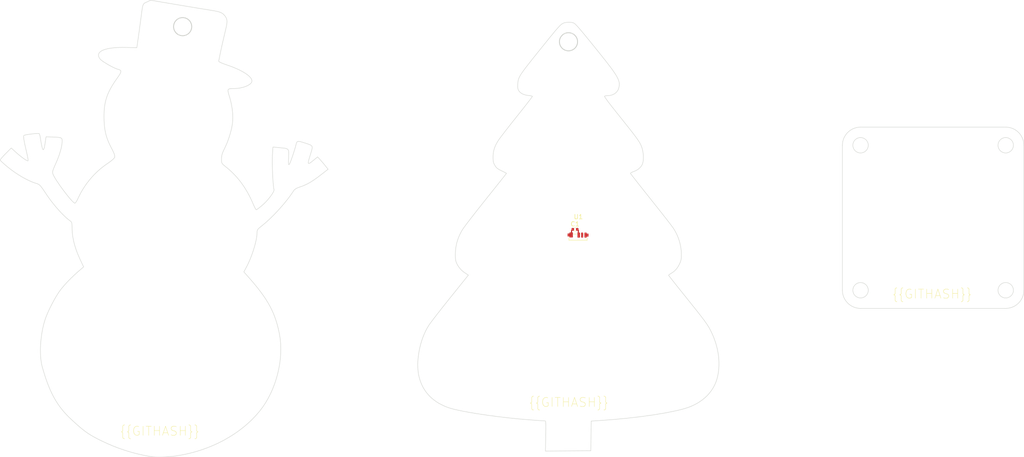
<source format=kicad_pcb>
(kicad_pcb (version 20221018) (generator pcbnew)
  (layers (0 "F.Cu" signal) (31 "B.Cu" signal) (34 "B.Paste" user) (35 "F.Paste" user) (36 "B.SilkS" user "B.Silkscreen") (37 "F.SilkS" user "F.Silkscreen") (38 "B.Mask" user) (39 "F.Mask" user) (44 "Edge.Cuts" user))
  (net 0 "")
  (net 1 "vcc")
  (net 2 "gnd")
  (net 3 "vcc-2")
  (net 4 "vcc-1")
  (footprint "lib:LED-SMD_4P-L4.0-W1.4_SK6805SIDE-S" (layer "F.Cu") (at 163.4 101.6)
    (fp_text reference "U1" (at 0 -4.01) (layer "F.SilkS"))
    (fp_text value "")
    (fp_line (start -2.06 0.57) (end -2.06 1.14) (stroke (width 0.12)) (layer "F.SilkS"))
    (fp_line (start -2.06 1.14) (end 1.94 1.14) (stroke (width 0.12)) (layer "F.SilkS"))
    (fp_line (start -1.1 -0.21) (end -0.3 -0.21) (stroke (width 0.12)) (layer "F.SilkS"))
    (fp_line (start 0.48 -0.21) (end 0.5 -0.21) (stroke (width 0.12)) (layer "F.SilkS"))
    (fp_line (start 1.18 -0.21) (end 1.23 -0.21) (stroke (width 0.12)) (layer "F.SilkS"))
    (fp_line (start 1.94 1.14) (end 1.94 0.56) (stroke (width 0.12)) (layer "F.SilkS"))
    (pad "1" smd custom (at -1.5 0) (size 0.5 0.4) (layers "F.Cu" "F.Paste" "F.Mask") (net 1 "vcc") (options (clearance outline) (anchor rect)) (primitives (gr_poly (pts (xy -0.41 -0.52) (xy -0.41 -0.29) (xy -0.82 -0.29) (xy -0.82 0.26) (xy -0.41 0.26) (xy -0.41 0.48) (xy 0.24 0.48) (xy 0.24 -0.52)) (width 0.1) (fill yes))))
    (pad "2" smd custom (at 0 0) (size 0.3 0.5) (layers "F.Cu" "F.Paste" "F.Mask") (net 2 "gnd") (options (clearance outline) (anchor rect)) (primitives (gr_poly (pts (xy -0.14 -0.49) (xy -0.14 0.51) (xy 0.31 0.51) (xy 0.31 -0.49)) (width 0.1) (fill yes))))
    (pad "3" smd custom (at 0.85 0) (size 0.2 0.2) (layers "F.Cu" "F.Paste" "F.Mask") (net 3 "vcc-2") (options (clearance outline) (anchor rect)) (primitives (gr_poly (pts (xy -0.18 -0.49) (xy -0.18 0.51) (xy 0.17 0.51) (xy 0.17 -0.49)) (width 0.1) (fill yes))))
    (pad "4" smd custom (at 1.7 0) (size 0.5 0.5) (layers "F.Cu" "F.Paste" "F.Mask") (net 4 "vcc-1") (options (clearance outline) (anchor rect)) (primitives (gr_poly (pts (xy 0.08 -0.26) (xy 0.08 -0.49) (xy -0.3 -0.49) (xy -0.3 -0.26) (xy -0.31 -0.26) (xy -0.31 0.29) (xy -0.3 0.29) (xy -0.3 0.51) (xy 0.08 0.51) (xy 0.08 0.29) (xy 0.49 0.29) (xy 0.49 -0.26)) (width 0.1) (fill yes))))
  )
  (footprint "lib:C0402" (layer "F.Cu") (at 162.667184 100.338641)
    (fp_text reference "C1" (at 0 -1.16) (layer "F.SilkS"))
    (fp_text value "Multilayer Ceramic Capacitors MLCC - SMD/SMT 1uF 6.3V 0402 RoHS")
    (fp_line (start -0.107836 -0.36) (end 0.107836 -0.36) (stroke (width 0.12)) (layer "F.SilkS"))
    (fp_line (start -0.107836 0.36) (end 0.107836 0.36) (stroke (width 0.12)) (layer "F.SilkS"))
    (pad "1" smd roundrect (at -0.48 0) (size 0.56 0.62) (layers "F.Cu" "F.Paste" "F.Mask") (net 1 "vcc"))
    (pad "2" smd roundrect (at 0.48 0) (size 0.56 0.62) (layers "F.Cu" "F.Paste" "F.Mask") (net 2 "gnd"))
  )
  (gr_circle (center 225.62 81.79) (end 227.32 81.79) (stroke (width 0.1)) (fill none) (layer "Edge.Cuts"))
  (gr_circle (center 257.62 113.79) (end 259.32 113.79) (stroke (width 0.1)) (fill none) (layer "Edge.Cuts"))
  (gr_circle (center 257.62 81.79) (end 259.32 81.79) (stroke (width 0.1)) (fill none) (layer "Edge.Cuts"))
  (gr_poly (pts (xy 75.142222 50.797022) (xy 79.756606 51.568267) (xy 82.366969 51.99203) (xy 83.019066 52.095762) (xy 83.303876 52.146979) (xy 83.563537 52.198618) (xy 83.799806 52.251323) (xy 84.01444 52.305736) (xy 84.209196 52.362498) (xy 84.385831 52.422252) (xy 84.546102 52.485641) (xy 84.691766 52.553306) (xy 84.824581 52.62589) (xy 84.946303 52.704035) (xy 85.05869 52.788383) (xy 85.163499 52.879577) (xy 85.262486 52.978258) (xy 85.357409 53.08507) (xy 85.479286 53.234958) (xy 85.586233 53.378736) (xy 85.634185 53.44915) (xy 85.678498 53.519015) (xy 85.719202 53.588656) (xy 85.75633 53.658402) (xy 85.789911 53.728576) (xy 85.819976 53.799506) (xy 85.846558 53.871517) (xy 85.869686 53.944936) (xy 85.889392 54.020089) (xy 85.905707 54.097301) (xy 85.918662 54.176899) (xy 85.928287 54.259209) (xy 85.934615 54.344557) (xy 85.937675 54.433269) (xy 85.937499 54.525672) (xy 85.934119 54.62209) (xy 85.927564 54.722851) (xy 85.917866 54.82828) (xy 85.889166 55.054449) (xy 85.848266 55.303204) (xy 85.795414 55.577155) (xy 85.730859 55.878909) (xy 85.654849 56.211077) (xy 84.878546 59.55341) (xy 84.657875 60.550977) (xy 84.450892 61.532488) (xy 84.331406 62.116419) (xy 84.229648 62.629765) (xy 84.15639 63.017063) (xy 84.122409 63.222849) (xy 84.123062 63.236814) (xy 84.127967 63.251873) (xy 84.137065 63.268001) (xy 84.150302 63.285171) (xy 84.167619 63.303357) (xy 84.188962 63.322534) (xy 84.214273 63.342674) (xy 84.243497 63.363751) (xy 84.313454 63.408613) (xy 84.398381 63.456909) (xy 84.497828 63.50843) (xy 84.611342 63.562966) (xy 84.738473 63.620306) (xy 84.878767 63.680241) (xy 85.031775 63.742561) (xy 85.197043 63.807056) (xy 85.374121 63.873515) (xy 85.562558 63.94173) (xy 85.7619 64.011489) (xy 85.971698 64.082583) (xy 86.585981 64.296029) (xy 87.172975 64.516947) (xy 87.730729 64.744054) (xy 88.257293 64.976069) (xy 88.75072 65.211708) (xy 89.209058 65.449689) (xy 89.63036 65.68873) (xy 90.012676 65.927548) (xy 90.354056 66.16486) (xy 90.652552 66.399385) (xy 90.906214 66.629839) (xy 91.113092 66.85494) (xy 91.271238 67.073405) (xy 91.378702 67.283953) (xy 91.412819 67.385857) (xy 91.433535 67.485301) (xy 91.440605 67.582123) (xy 91.433787 67.676165) (xy 91.41712 67.753004) (xy 91.390362 67.829368) (xy 91.35383 67.905131) (xy 91.307839 67.980165) (xy 91.252707 68.054343) (xy 91.188749 68.12754) (xy 91.116281 68.199626) (xy 91.03562 68.270477) (xy 90.947082 68.339964) (xy 90.850984 68.407961) (xy 90.747641 68.47434) (xy 90.637371 68.538975) (xy 90.520488 68.601739) (xy 90.39731 68.662505) (xy 90.268153 68.721145) (xy 90.133332 68.777534) (xy 89.993165 68.831543) (xy 89.847967 68.883047) (xy 89.543745 68.978027) (xy 89.223197 69.06146) (xy 88.888852 69.132329) (xy 88.54324 69.189618) (xy 88.188892 69.232313) (xy 88.009232 69.24787) (xy 87.828337 69.259397) (xy 87.646523 69.266767) (xy 87.464106 69.269854) (xy 87.202959 69.272042) (xy 86.97453 69.277492) (xy 86.777472 69.288473) (xy 86.690288 69.296746) (xy 86.610443 69.307253) (xy 86.537768 69.320276) (xy 86.472096 69.3361) (xy 86.413258 69.355009) (xy 86.361087 69.377285) (xy 86.315414 69.403211) (xy 86.276071 69.433073) (xy 86.24289 69.467154) (xy 86.215703 69.505736) (xy 86.194342 69.549103) (xy 86.178638 69.59754) (xy 86.168424 69.65133) (xy 86.163532 69.710755) (xy 86.163793 69.776101) (xy 86.169039 69.847649) (xy 86.179102 69.925685) (xy 86.193814 70.010491) (xy 86.236514 70.20155) (xy 86.295792 70.423093) (xy 86.370304 70.677389) (xy 86.458705 70.966708) (xy 86.582128 71.384478) (xy 86.694998 71.803093) (xy 86.797211 72.221567) (xy 86.888665 72.638919) (xy 86.969257 73.054166) (xy 87.038885 73.466323) (xy 87.097447 73.874409) (xy 87.144838 74.277439) (xy 87.180958 74.674432) (xy 87.205702 75.064404) (xy 87.21897 75.446371) (xy 87.220657 75.819352) (xy 87.210662 76.182361) (xy 87.188881 76.534418) (xy 87.155212 76.874538) (xy 87.109553 77.201739) (xy 86.986123 77.871628) (xy 86.830027 78.558912) (xy 86.643845 79.255662) (xy 86.430157 79.953949) (xy 86.19154 80.645848) (xy 85.930575 81.323429) (xy 85.649841 81.978766) (xy 85.351916 82.60393) (xy 85.189192 82.938586) (xy 85.118752 83.093315) (xy 85.055229 83.240939) (xy 84.998352 83.382431) (xy 84.947849 83.518761) (xy 84.903447 83.650903) (xy 84.864875 83.779828) (xy 84.831859 83.906506) (xy 84.804129 84.031911) (xy 84.781412 84.157013) (xy 84.763435 84.282785) (xy 84.749927 84.410197) (xy 84.740615 84.540223) (xy 84.735228 84.673833) (xy 84.733493 84.811999) (xy 84.736223 85.129082) (xy 84.741369 85.261496) (xy 84.750575 85.379459) (xy 84.764997 85.485194) (xy 84.774524 85.534172) (xy 84.785789 85.580928) (xy 84.798934 85.625739) (xy 84.814106 85.668884) (xy 84.831447 85.710641) (xy 84.851104 85.751288) (xy 84.873219 85.791103) (xy 84.897937 85.830364) (xy 84.925403 85.869349) (xy 84.955761 85.908337) (xy 84.989155 85.947605) (xy 85.02573 85.987432) (xy 85.109 86.069873) (xy 85.206725 86.157886) (xy 85.320061 86.253696) (xy 85.598185 86.477602) (xy 86.096863 86.886277) (xy 86.577755 87.306529) (xy 87.04138 87.739064) (xy 87.488258 88.184586) (xy 87.918909 88.6438) (xy 88.333852 89.117412) (xy 88.733607 89.606125) (xy 89.118694 90.110646) (xy 89.489632 90.631678) (xy 89.846941 91.169927) (xy 90.19114 91.726098) (xy 90.52275 92.300895) (xy 90.84229 92.895024) (xy 91.150279 93.509189) (xy 91.447237 94.144095) (xy 91.733683 94.800448) (xy 91.84059 95.047283) (xy 91.945802 95.277558) (xy 92.046625 95.486234) (xy 92.140364 95.668271) (xy 92.224324 95.818627) (xy 92.295813 95.932265) (xy 92.326039 95.973739) (xy 92.352136 96.004143) (xy 92.373767 96.022848) (xy 92.382804 96.027616) (xy 92.390597 96.029223) (xy 92.399173 96.028006) (xy 92.410522 96.024397) (xy 92.441219 96.010237) (xy 92.482045 95.987221) (xy 92.53236 95.955824) (xy 92.591521 95.916524) (xy 92.658887 95.869798) (xy 92.815666 95.755976) (xy 92.997564 95.618173) (xy 93.199447 95.460204) (xy 93.416182 95.285885) (xy 93.642634 95.099032) (xy 93.891007 94.882848) (xy 94.141366 94.648628) (xy 94.390948 94.400061) (xy 94.636991 94.140836) (xy 94.87673 93.874641) (xy 95.107403 93.605164) (xy 95.326247 93.336095) (xy 95.530498 93.071122) (xy 95.717394 92.813933) (xy 95.884171 92.568218) (xy 96.028066 92.337665) (xy 96.146316 92.125962) (xy 96.236159 91.936798) (xy 96.294829 91.773863) (xy 96.311612 91.703383) (xy 96.319566 91.640844) (xy 96.318345 91.586706) (xy 96.307605 91.54143) (xy 96.264441 91.378418) (xy 96.221593 91.121805) (xy 96.138989 90.373142) (xy 96.064068 89.386161) (xy 96.001109 88.251583) (xy 95.954389 87.060129) (xy 95.928186 85.902519) (xy 95.926777 84.869474) (xy 95.95444 84.051714) (xy 96.07471 82.177477) (xy 97.36716 82.304781) (xy 98.13507 82.379263) (xy 98.441266 82.413109) (xy 98.700599 82.449744) (xy 98.916803 82.492956) (xy 99.009898 82.518212) (xy 99.09361 82.546534) (xy 99.168406 82.578395) (xy 99.234753 82.614268) (xy 99.293117 82.654627) (xy 99.343964 82.699946) (xy 99.387763 82.750698) (xy 99.424978 82.807357) (xy 99.456076 82.870396) (xy 99.481525 82.94029) (xy 99.501791 83.017511) (xy 99.51734 83.102533) (xy 99.536155 83.297877) (xy 99.541702 83.530109) (xy 99.537716 83.803018) (xy 99.51607 84.486025) (xy 99.501811 85.019341) (xy 99.495778 85.429631) (xy 99.49953 85.727933) (xy 99.505563 85.838537) (xy 99.514626 85.925284) (xy 99.526915 85.989553) (xy 99.542625 86.032723) (xy 99.551823 86.046828) (xy 99.56195 86.056175) (xy 99.573029 86.060938) (xy 99.585085 86.061289) (xy 99.612224 86.049443) (xy 99.643564 86.022019) (xy 99.679299 85.980395) (xy 99.719623 85.925951) (xy 99.770963 85.835961) (xy 99.83738 85.6921) (xy 100.00736 85.267042) (xy 100.213404 84.699332) (xy 100.439353 84.037526) (xy 100.669049 83.330178) (xy 100.886332 82.625845) (xy 101.075044 81.973082) (xy 101.219027 81.420443) (xy 101.232451 81.367288) (xy 101.246658 81.317349) (xy 101.261814 81.270604) (xy 101.278084 81.227032) (xy 101.295634 81.186611) (xy 101.314631 81.149321) (xy 101.33524 81.115138) (xy 101.357628 81.084043) (xy 101.381959 81.056013) (xy 101.4084 81.031027) (xy 101.437117 81.009064) (xy 101.468275 80.990102) (xy 101.502041 80.974119) (xy 101.538581 80.961095) (xy 101.578059 80.951007) (xy 101.620643 80.943835) (xy 101.666497 80.939556) (xy 101.715788 80.938149) (xy 101.768682 80.939594) (xy 101.825345 80.943867) (xy 101.885942 80.950949) (xy 101.950639 80.960817) (xy 102.019603 80.97345) (xy 102.092998 80.988826) (xy 102.170992 81.006924) (xy 102.253749 81.027723) (xy 102.434219 81.077337) (xy 102.635734 81.137495) (xy 102.859622 81.208025) (xy 103.581471 81.438726) (xy 103.868146 81.535185) (xy 104.108644 81.625316) (xy 104.212356 81.669476) (xy 104.305459 81.713816) (xy 104.388264 81.758923) (xy 104.461082 81.805384) (xy 104.524226 81.853787) (xy 104.578006 81.904719) (xy 104.622735 81.958768) (xy 104.658725 82.01652) (xy 104.686285 82.078563) (xy 104.705729 82.145484) (xy 104.717368 82.217871) (xy 104.721513 82.296311) (xy 104.718476 82.381392) (xy 104.708568 82.4737) (xy 104.692102 82.573823) (xy 104.669388 82.682348) (xy 104.606464 82.926954) (xy 104.522289 83.212218) (xy 104.300158 83.92351) (xy 104.076968 84.658354) (xy 103.993442 84.95378) (xy 103.929762 85.203046) (xy 103.886777 85.407528) (xy 103.865337 85.568604) (xy 103.862962 85.633296) (xy 103.866292 85.687652) (xy 103.875434 85.731846) (xy 103.890492 85.766049) (xy 103.911574 85.790433) (xy 103.938786 85.805172) (xy 103.972234 85.810436) (xy 104.012025 85.806398) (xy 104.058263 85.79323) (xy 104.111056 85.771105) (xy 104.236732 85.700671) (xy 104.3899 85.596472) (xy 104.571411 85.459887) (xy 105.02286 85.095065) (xy 105.918216 84.355181) (xy 106.388476 84.86751) (xy 106.496975 84.987739) (xy 106.625318 85.133369) (xy 106.92254 85.478508) (xy 107.242155 85.858286) (xy 107.546176 86.22806) (xy 108.2336 87.076296) (xy 106.72333 88.254687) (xy 106.031007 88.783192) (xy 105.392025 89.245391) (xy 105.089314 89.453516) (xy 104.796071 89.647331) (xy 104.511007 89.827593) (xy 104.232833 89.995056) (xy 103.960259 90.150478) (xy 103.691998 90.294613) (xy 103.426759 90.428217) (xy 103.163254 90.552046) (xy 102.900193 90.666855) (xy 102.636288 90.773401) (xy 102.370249 90.872439) (xy 102.100787 90.964724) (xy 101.955978 91.013649) (xy 101.818902 91.062832) (xy 101.689432 91.112348) (xy 101.567439 91.162273) (xy 101.452795 91.212683) (xy 101.345371 91.263651) (xy 101.245039 91.315254) (xy 101.151671 91.367567) (xy 101.065138 91.420665) (xy 100.985313 91.474624) (xy 100.912065 91.529517) (xy 100.845269 91.585421) (xy 100.784794 91.642412) (xy 100.730512 91.700563) (xy 100.682296 91.759951) (xy 100.640017 91.82065) (xy 100.313962 92.312951) (xy 99.958065 92.82026) (xy 99.575318 93.339289) (xy 99.168711 93.866747) (xy 98.741234 94.399346) (xy 98.295878 94.933795) (xy 97.835635 95.466804) (xy 97.363494 95.995083) (xy 96.882446 96.515343) (xy 96.395482 97.024295) (xy 95.905593 97.518647) (xy 95.415769 97.995111) (xy 94.929002 98.450396) (xy 94.44828 98.881213) (xy 93.976596 99.284272) (xy 93.51694 99.656283) (xy 93.364132 99.777198) (xy 93.228349 99.887118) (xy 93.108601 99.987555) (xy 93.003899 100.080022) (xy 92.913256 100.166032) (xy 92.835682 100.247098) (xy 92.770188 100.324733) (xy 92.741662 100.362737) (xy 92.715786 100.40045) (xy 92.692435 100.438062) (xy 92.671487 100.475762) (xy 92.652817 100.513738) (xy 92.636302 100.552181) (xy 92.621819 100.591279) (xy 92.609244 100.631221) (xy 92.589322 100.714395) (xy 92.575548 100.803215) (xy 92.566934 100.899195) (xy 92.56249 101.003847) (xy 92.561229 101.118685) (xy 92.548214 101.459191) (xy 92.510172 101.840399) (xy 92.448603 102.257479) (xy 92.365007 102.705605) (xy 92.260885 103.179948) (xy 92.137739 103.675679) (xy 91.997068 104.187971) (xy 91.840373 104.711996) (xy 91.669155 105.242926) (xy 91.484915 105.775933) (xy 91.289154 106.306188) (xy 91.083372 106.828864) (xy 90.86907 107.339132) (xy 90.647749 107.832164) (xy 90.420909 108.303133) (xy 90.190051 108.74721) (xy 89.658061 109.729433) (xy 90.799319 111.025652) (xy 91.552256 111.894452) (xy 92.247519 112.726345) (xy 92.887901 113.52649) (xy 93.476195 114.300047) (xy 94.015193 115.052178) (xy 94.507688 115.788042) (xy 94.956473 116.5128) (xy 95.364341 117.231612) (xy 95.734083 117.949638) (xy 96.068493 118.672038) (xy 96.370364 119.403974) (xy 96.642488 120.150605) (xy 96.887657 120.917091) (xy 97.108665 121.708593) (xy 97.308304 122.530271) (xy 97.489367 123.387286) (xy 97.659586 124.435519) (xy 97.764545 125.512723) (xy 97.805707 126.613102) (xy 97.784533 127.73086) (xy 97.702485 128.860202) (xy 97.561026 129.995332) (xy 97.361618 131.130454) (xy 97.105722 132.259774) (xy 96.794801 133.377494) (xy 96.430316 134.47782) (xy 96.01373 135.554956) (xy 95.546505 136.603107) (xy 95.030102 137.616476) (xy 94.465984 138.589268) (xy 93.855613 139.515689) (xy 93.20045 140.389941) (xy 92.386005 141.350273) (xy 91.510226 142.273552) (xy 90.576227 143.158109) (xy 89.587122 144.002278) (xy 88.546024 144.80439) (xy 87.456048 145.562779) (xy 86.320308 146.275777) (xy 85.141916 146.941716) (xy 83.923988 147.558929) (xy 82.669636 148.125749) (xy 81.381976 148.640508) (xy 80.06412 149.101539) (xy 78.719182 149.507174) (xy 77.350277 149.855747) (xy 75.960518 150.145589) (xy 74.553019 150.375033) (xy 73.862872 150.459306) (xy 73.131633 150.525975) (xy 72.383923 150.574372) (xy 71.644361 150.603827) (xy 70.93757 150.613671) (xy 70.288169 150.603235) (xy 69.720779 150.57185) (xy 69.475532 150.548093) (xy 69.26002 150.518847) (xy 69.260051 150.518832) (xy 67.831835 150.262486) (xy 66.416949 149.953785) (xy 65.016193 149.592984) (xy 63.630368 149.180338) (xy 62.260274 148.716103) (xy 60.90671 148.200532) (xy 59.570477 147.633881) (xy 58.252375 147.016405) (xy 57.283074 146.528505) (xy 56.847829 146.298277) (xy 56.438641 146.072324) (xy 56.050351 145.846994) (xy 55.6778 145.618633) (xy 55.315827 145.383588) (xy 54.959273 145.138205) (xy 54.602979 144.87883) (xy 54.241783 144.601811) (xy 53.870528 144.303492) (xy 53.484054 143.980222) (xy 52.644807 143.244211) (xy 51.682765 142.36455) (xy 51.097036 141.804159) (xy 50.54538 141.238954) (xy 50.025658 140.665073) (xy 49.535731 140.078649) (xy 49.07346 139.475819) (xy 48.636705 138.852719) (xy 48.223328 138.205483) (xy 47.831189 137.530249) (xy 47.458149 136.823151) (xy 47.10207 136.080325) (xy 46.760812 135.297907) (xy 46.432236 134.472032) (xy 46.114202 133.598836) (xy 45.804573 132.674455) (xy 45.501208 131.695024) (xy 45.201968 130.656679) (xy 45.078569 130.147371) (xy 44.978794 129.594224) (xy 44.90231 129.00242) (xy 44.848785 128.377144) (xy 44.817886 127.723579) (xy 44.809281 127.046907) (xy 44.822637 126.352311) (xy 44.857621 125.644974) (xy 44.913901 124.93008) (xy 44.991145 124.212811) (xy 45.089019 123.498351) (xy 45.207191 122.791883) (xy 45.345328 122.098589) (xy 45.503099 121.423652) (xy 45.68017 120.772256) (xy 45.876208 120.149584) (xy 46.005143 119.787909) (xy 46.154924 119.401263) (xy 46.508073 118.570286) (xy 46.917749 117.69111) (xy 47.366047 116.79819) (xy 47.83506 115.92598) (xy 48.306883 115.108937) (xy 48.76361 114.381515) (xy 48.980717 114.062179) (xy 49.187335 113.77817) (xy 49.387433 113.519297) (xy 49.599256 113.255538) (xy 50.056372 112.715109) (xy 50.555279 112.160374) (xy 51.092575 111.594824) (xy 51.664855 111.021952) (xy 52.268718 110.445248) (xy 52.900758 109.868205) (xy 53.557574 109.294314) (xy 54.329783 108.634142) (xy 53.616031 107.110232) (xy 53.390001 106.6154) (xy 53.179365 106.128819) (xy 52.984012 105.650049) (xy 52.803829 105.178652) (xy 52.638704 104.71419) (xy 52.488525 104.256224) (xy 52.353181 103.804315) (xy 52.232559 103.358025) (xy 52.126547 102.916915) (xy 52.035034 102.480548) (xy 51.957906 102.048484) (xy 51.895053 101.620284) (xy 51.846363 101.195511) (xy 51.811722 100.773726) (xy 51.79102 100.35449) (xy 51.784144 99.937365) (xy 51.780657 99.620612) (xy 51.776007 99.482669) (xy 51.769161 99.357285) (xy 51.759927 99.243666) (xy 51.748111 99.141014) (xy 51.733519 99.048534) (xy 51.715958 98.96543) (xy 51.695233 98.890904) (xy 51.671153 98.824161) (xy 51.643523 98.764406) (xy 51.612149 98.71084) (xy 51.576839 98.662669) (xy 51.537399 98.619096) (xy 51.493635 98.579325) (xy 51.445353 98.542559) (xy 51.149902 98.324092) (xy 50.839064 98.073347) (xy 50.514896 97.792628) (xy 50.179453 97.484238) (xy 49.834791 97.150482) (xy 49.482966 96.793665) (xy 49.126033 96.41609) (xy 48.766047 96.020062) (xy 48.405065 95.607885) (xy 48.045142 95.181864) (xy 47.688333 94.744302) (xy 47.336694 94.297504) (xy 46.992281 93.843774) (xy 46.657149 93.385417) (xy 46.333354 92.924737) (xy 46.022952 92.464037) (xy 45.611719 91.844971) (xy 45.279782 91.362091) (xy 45.137757 91.165551) (xy 45.008606 90.995655) (xy 44.89001 90.849933) (xy 44.779654 90.725918) (xy 44.675221 90.621143) (xy 44.574392 90.533138) (xy 44.474852 90.459437) (xy 44.374284 90.397571) (xy 44.27037 90.345073) (xy 44.160793 90.299474) (xy 44.043237 90.258307) (xy 43.915385 90.219103) (xy 43.593888 90.117525) (xy 43.255864 89.996009) (xy 42.903268 89.855657) (xy 42.538058 89.697573) (xy 42.162189 89.522858) (xy 41.777618 89.332616) (xy 41.386301 89.127951) (xy 40.990194 88.909964) (xy 40.591254 88.679759) (xy 40.191438 88.438438) (xy 39.792701 88.187105) (xy 39.396999 87.926862) (xy 39.00629 87.658812) (xy 38.622529 87.384058) (xy 38.247673 87.103703) (xy 37.883677 86.81885) (xy 37.49456 86.502783) (xy 37.131548 86.199554) (xy 36.802586 85.916398) (xy 36.515619 85.660548) (xy 36.278593 85.439239) (xy 36.099452 85.259705) (xy 36.034071 85.187865) (xy 35.986141 85.129182) (xy 35.956654 85.08456) (xy 35.946605 85.054903) (xy 35.948192 85.042433) (xy 35.952903 85.026953) (xy 35.971384 84.987332) (xy 36.001425 84.936776) (xy 36.042403 84.876021) (xy 36.093695 84.805804) (xy 36.154681 84.726859) (xy 36.224736 84.639924) (xy 36.303239 84.545735) (xy 36.389567 84.445026) (xy 36.483097 84.338536) (xy 36.689276 84.11115) (xy 36.916796 83.869466) (xy 37.037003 83.745102) (xy 37.160678 83.619372) (xy 38.374759 82.395922) (xy 39.365809 83.301684) (xy 39.814301 83.698656) (xy 40.266196 84.075272) (xy 40.704205 84.419302) (xy 41.111041 84.718514) (xy 41.469414 84.960676) (xy 41.625024 85.056541) (xy 41.762035 85.133557) (xy 41.878286 85.190195) (xy 41.971615 85.224926) (xy 42.039863 85.236222) (xy 42.063905 85.232603) (xy 42.080867 85.222552) (xy 42.085566 85.215268) (xy 42.089233 85.203934) (xy 42.093537 85.169549) (xy 42.093921 85.120268) (xy 42.090523 85.056964) (xy 42.083485 84.98051) (xy 42.072948 84.891778) (xy 42.059051 84.79164) (xy 42.041937 84.68097) (xy 41.998614 84.43152) (xy 41.944105 84.150408) (xy 41.879534 83.844615) (xy 41.806025 83.52112) (xy 41.578977 82.541169) (xy 41.399614 81.732306) (xy 41.265507 81.079136) (xy 41.174225 80.56626) (xy 41.123338 80.17828) (xy 41.112283 80.026315) (xy 41.110416 79.899799) (xy 41.117432 79.796809) (xy 41.133029 79.71542) (xy 41.156901 79.653706) (xy 41.188746 79.609743) (xy 41.213078 79.592846) (xy 41.252556 79.575085) (xy 41.372962 79.537437) (xy 41.541984 79.497733) (xy 41.751641 79.456905) (xy 42.26094 79.37561) (xy 42.837013 79.301016) (xy 43.416018 79.240586) (xy 43.934111 79.201782) (xy 44.150364 79.192822) (xy 44.327447 79.192067) (xy 44.45738 79.20045) (xy 44.532183 79.218905) (xy 44.538527 79.223215) (xy 44.545097 79.229471) (xy 44.551878 79.23762) (xy 44.558855 79.247608) (xy 44.573336 79.272888) (xy 44.588416 79.304879) (xy 44.603974 79.343154) (xy 44.619887 79.387282) (xy 44.636031 79.436835) (xy 44.652284 79.491383) (xy 44.668525 79.550496) (xy 44.684629 79.613746) (xy 44.700475 79.680703) (xy 44.715939 79.750937) (xy 44.7309 79.82402) (xy 44.745234 79.899521) (xy 44.75882 79.977012) (xy 44.771533 80.056063) (xy 44.946351 81.130774) (xy 45.025944 81.564983) (xy 45.101061 81.931234) (xy 45.172253 82.230134) (xy 45.24007 82.462288) (xy 45.305063 82.628302) (xy 45.336673 82.686696) (xy 45.367783 82.728781) (xy 45.398463 82.754634) (xy 45.428781 82.764331) (xy 45.458807 82.757947) (xy 45.488608 82.735557) (xy 45.518254 82.697238) (xy 45.547814 82.643066) (xy 45.606951 82.487462) (xy 45.666568 82.269351) (xy 45.727218 81.98934) (xy 45.78945 81.648032) (xy 45.853816 81.246035) (xy 46.055377 79.918581) (xy 47.417926 79.96628) (xy 48.109143 79.993687) (xy 48.392021 80.009194) (xy 48.636741 80.027435) (xy 48.846051 80.049559) (xy 49.022696 80.076715) (xy 49.169424 80.110051) (xy 49.288982 80.150717) (xy 49.339431 80.174158) (xy 49.384117 80.199861) (xy 49.423385 80.227972) (xy 49.457577 80.258632) (xy 49.487036 80.291987) (xy 49.512107 80.32818) (xy 49.533132 80.367353) (xy 49.550455 80.409652) (xy 49.575367 80.504197) (xy 49.589592 80.612965) (xy 49.595876 80.737105) (xy 49.596965 80.877764) (xy 49.590289 81.099803) (xy 49.571905 81.336737) (xy 49.542029 81.587807) (xy 49.500879 81.852253) (xy 49.448672 82.129318) (xy 49.385623 82.418243) (xy 49.311951 82.718269) (xy 49.227873 83.028637) (xy 49.133604 83.34859) (xy 49.029362 83.677367) (xy 48.915364 84.014212) (xy 48.791827 84.358364) (xy 48.658967 84.709065) (xy 48.517002 85.065558) (xy 48.366148 85.427082) (xy 48.206622 85.792879) (xy 47.949769 86.374791) (xy 47.755997 86.832451) (xy 47.68104 87.021721) (xy 47.619784 87.188367) (xy 47.571537 87.335205) (xy 47.535609 87.465048) (xy 47.511311 87.580709) (xy 47.497952 87.685002) (xy 47.494842 87.78074) (xy 47.501291 87.870737) (xy 47.516609 87.957807) (xy 47.540106 88.044763) (xy 47.571091 88.134418) (xy 47.608874 88.229586) (xy 47.761079 88.551834) (xy 47.975096 88.939463) (xy 48.241913 89.380584) (xy 48.55252 89.863307) (xy 49.269066 90.905997) (xy 50.052651 91.972411) (xy 50.831193 92.967426) (xy 51.196047 93.408433) (xy 51.532609 93.795921) (xy 51.831869 94.117998) (xy 52.084818 94.362774) (xy 52.282443 94.518359) (xy 52.357694 94.558989) (xy 52.415736 94.572863) (xy 52.426811 94.571375) (xy 52.439084 94.56696) (xy 52.452509 94.559691) (xy 52.467041 94.549641) (xy 52.482633 94.536883) (xy 52.499239 94.521489) (xy 52.516813 94.503532) (xy 52.535309 94.483086) (xy 52.574881 94.435018) (xy 52.617586 94.377866) (xy 52.663055 94.312214) (xy 52.710918 94.238646) (xy 52.760808 94.157745) (xy 52.812354 94.070093) (xy 52.865187 93.976276) (xy 52.918939 93.876875) (xy 52.97324 93.772474) (xy 53.02772 93.663657) (xy 53.082012 93.551007) (xy 53.135745 93.435107) (xy 53.405424 92.869327) (xy 53.69623 92.311615) (xy 54.007442 91.76282) (xy 54.338342 91.223792) (xy 54.688208 90.695381) (xy 55.05632 90.178436) (xy 55.441958 89.673808) (xy 55.844402 89.182347) (xy 56.262932 88.704901) (xy 56.696828 88.242322) (xy 57.145369 87.795459) (xy 57.607836 87.365163) (xy 58.083508 86.952281) (xy 58.571665 86.557666) (xy 59.071586 86.182166) (xy 59.582553 85.826632) (xy 59.914962 85.598282) (xy 60.214172 85.3804) (xy 60.477869 85.17504) (xy 60.595674 85.077698) (xy 60.703732 84.984257) (xy 60.801753 84.894974) (xy 60.889447 84.810106) (xy 60.966524 84.72991) (xy 61.032694 84.654642) (xy 61.087669 84.584559) (xy 61.131158 84.519919) (xy 61.162872 84.460977) (xy 61.182521 84.407992) (xy 61.189444 84.378526) (xy 61.194656 84.347449) (xy 61.198136 84.314702) (xy 61.199864 84.280227) (xy 61.197977 84.205863) (xy 61.188829 84.123892) (xy 61.172254 84.033852) (xy 61.148084 83.935279) (xy 61.116154 83.82771) (xy 61.076297 83.71068) (xy 61.028345 83.583727) (xy 60.972134 83.446388) (xy 60.907495 83.298197) (xy 60.834263 83.138693) (xy 60.75227 82.967412) (xy 60.661351 82.783889) (xy 60.561339 82.587662) (xy 60.452067 82.378268) (xy 60.237971 81.961359) (xy 60.041673 81.555601) (xy 59.862568 81.158484) (xy 59.700049 80.767498) (xy 59.553508 80.380135) (xy 59.422339 79.993885) (xy 59.305935 79.60624) (xy 59.203689 79.21469) (xy 59.114995 78.816725) (xy 59.039245 78.409838) (xy 58.975833 77.991518) (xy 58.924151 77.559256) (xy 58.883594 77.110544) (xy 58.853553 76.642872) (xy 58.833423 76.153731) (xy 58.822596 75.640612) (xy 58.82378 75.019765) (xy 58.843433 74.425285) (xy 58.882591 73.854032) (xy 58.942291 73.302869) (xy 59.023569 72.768658) (xy 59.127459 72.248262) (xy 59.255 71.738542) (xy 59.407225 71.236361) (xy 59.585172 70.73858) (xy 59.789877 70.242062) (xy 60.022374 69.743669) (xy 60.283701 69.240263) (xy 60.574893 68.728705) (xy 60.896986 68.205859) (xy 61.251015 67.668586) (xy 61.638018 67.113749) (xy 61.84244 66.825076) (xy 62.020375 66.566593) (xy 62.17201 66.336298) (xy 62.29753 66.132187) (xy 62.397121 65.95226) (xy 62.470968 65.794512) (xy 62.498296 65.72333) (xy 62.519258 65.656942) (xy 62.533877 65.595098) (xy 62.542176 65.537547) (xy 62.544179 65.484039) (xy 62.539908 65.434323) (xy 62.529387 65.388151) (xy 62.512639 65.34527) (xy 62.489688 65.305431) (xy 62.460556 65.268384) (xy 62.425267 65.233878) (xy 62.383844 65.201662) (xy 62.33631 65.171487) (xy 62.282689 65.143103) (xy 62.157276 65.090703) (xy 62.007792 65.042459) (xy 61.834422 64.996371) (xy 61.657986 64.943069) (xy 61.445562 64.862593) (xy 61.203024 64.758325) (xy 60.93625 64.633653) (xy 60.353499 64.336631) (xy 59.744319 63.998608) (xy 59.155721 63.646664) (xy 58.634716 63.307879) (xy 58.414252 63.151884) (xy 58.228316 63.009334) (xy 58.082783 62.883614) (xy 57.983531 62.778109) (xy 57.869943 62.622242) (xy 57.777351 62.470362) (xy 57.705558 62.322559) (xy 57.654369 62.178917) (xy 57.623588 62.039526) (xy 57.613018 61.904471) (xy 57.622463 61.773839) (xy 57.651728 61.647718) (xy 57.700616 61.526195) (xy 57.768931 61.409356) (xy 57.856477 61.297289) (xy 57.963058 61.190081) (xy 58.088479 61.087819) (xy 58.232542 60.99059) (xy 58.395052 60.89848) (xy 58.575812 60.811578) (xy 58.774627 60.72997) (xy 58.991301 60.653743) (xy 59.225638 60.582984) (xy 59.477441 60.51778) (xy 59.746514 60.458218) (xy 60.032661 60.404385) (xy 60.335687 60.356369) (xy 60.655395 60.314256) (xy 60.991589 60.278134) (xy 61.344073 60.248089) (xy 61.712651 60.224208) (xy 62.097127 60.20658) (xy 62.497305 60.195289) (xy 62.912988 60.190424) (xy 63.343981 60.192072) (xy 63.790088 60.20032) (xy 66.056857 60.258219) (xy 66.273486 58.80189) (xy 66.542465 56.891029) (xy 66.884944 54.341891) (xy 67.190183 52.053843) (xy 67.248082 51.679802) (xy 67.303557 51.37005) (xy 67.359078 51.117137) (xy 67.417116 50.913616) (xy 67.48014 50.752035) (xy 67.55062 50.624945) (xy 67.631027 50.524898) (xy 67.72383 50.444442) (xy 67.831501 50.37613) (xy 67.956508 50.312512) (xy 68.268412 50.169558) (xy 69.100734 49.778315)) (stroke (width 0.1)) (fill none) (layer "Edge.Cuts"))
  (gr_arc (start 261.62 113.79) (mid 260.448427 116.618427) (end 257.62 117.79) (stroke (width 0.1)) (layer "Edge.Cuts"))
  (gr_arc (start 225.62 117.79) (mid 222.791573 116.618427) (end 221.62 113.79) (stroke (width 0.1)) (layer "Edge.Cuts"))
  (gr_line (start 261.62 113.79) (end 261.62 81.79) (stroke (width 0.1)) (layer "Edge.Cuts"))
  (gr_circle (center 161.229974 58.946031) (end 163.229974 58.946031) (stroke (width 0.2)) (fill none) (layer "Edge.Cuts"))
  (gr_line (start 221.62 81.79) (end 221.62 113.79) (stroke (width 0.1)) (layer "Edge.Cuts"))
  (gr_arc (start 257.62 77.79) (mid 260.448427 78.961573) (end 261.62 81.79) (stroke (width 0.1)) (layer "Edge.Cuts"))
  (gr_poly (pts (xy 161.429183 54.643361) (xy 161.588699 54.648976) (xy 161.743405 54.660128) (xy 161.8913 54.67685) (xy 162.030385 54.699174) (xy 162.158659 54.727132) (xy 162.274122 54.760758) (xy 162.374774 54.800082) (xy 162.418214 54.822065) (xy 162.465501 54.850416) (xy 162.517128 54.885713) (xy 162.573587 54.928531) (xy 162.702967 55.039035) (xy 162.857578 55.186538) (xy 163.041357 55.37565) (xy 163.258241 55.610981) (xy 163.512165 55.897139) (xy 163.807067 56.238735) (xy 164.146884 56.640378) (xy 164.53555 57.106678) (xy 164.977005 57.642244) (xy 165.475183 58.251687) (xy 166.657456 59.710639) (xy 168.113864 61.520411) (xy 169.490282 63.25197) (xy 170.562092 64.650979) (xy 170.993296 65.243203) (xy 171.359779 65.7732) (xy 171.665351 66.247941) (xy 171.913823 66.674396) (xy 172.109006 67.059535) (xy 172.254708 67.41033) (xy 172.354741 67.733749) (xy 172.412915 68.036764) (xy 172.433041 68.326344) (xy 172.418927 68.609461) (xy 172.374385 68.893084) (xy 172.303226 69.184183) (xy 172.274597 69.278158) (xy 172.242 69.369887) (xy 172.205507 69.459324) (xy 172.165188 69.546423) (xy 172.121114 69.631137) (xy 172.073357 69.713419) (xy 172.021987 69.793223) (xy 171.967076 69.870502) (xy 171.908694 69.945208) (xy 171.846914 70.017296) (xy 171.781806 70.08672) (xy 171.71344 70.153431) (xy 171.641889 70.217383) (xy 171.567223 70.278531) (xy 171.489513 70.336826) (xy 171.408831 70.392223) (xy 171.325247 70.444674) (xy 171.238833 70.494134) (xy 171.14966 70.540554) (xy 171.057799 70.58389) (xy 170.96332 70.624093) (xy 170.866295 70.661118) (xy 170.766796 70.694917) (xy 170.664893 70.725444) (xy 170.560657 70.752652) (xy 170.45416 70.776495) (xy 170.345472 70.796926) (xy 170.234664 70.813898) (xy 170.121809 70.827364) (xy 170.006976 70.837278) (xy 169.890237 70.843593) (xy 169.771663 70.846262) (xy 169.726607 70.847177) (xy 169.681188 70.849133) (xy 169.590479 70.855957) (xy 169.501974 70.8663) (xy 169.418107 70.879728) (xy 169.378675 70.887463) (xy 169.341315 70.895806) (xy 169.306334 70.904703) (xy 169.274034 70.9141) (xy 169.244721 70.923942) (xy 169.218699 70.934176) (xy 169.196272 70.944746) (xy 169.177745 70.955599) (xy 169.171643 70.965792) (xy 169.172154 70.983757) (xy 169.17922 71.009417) (xy 169.192785 71.042693) (xy 169.239181 71.131786) (xy 169.310885 71.250417) (xy 169.407439 71.397965) (xy 169.528385 71.573811) (xy 169.673265 71.777334) (xy 169.841623 72.007915) (xy 170.246938 72.547768) (xy 170.740668 73.18841) (xy 171.319154 73.924882) (xy 171.978732 74.752222) (xy 174.641332 78.093405) (xy 175.537111 79.246786) (xy 176.200008 80.134787) (xy 176.673118 80.816979) (xy 176.99954 81.352933) (xy 177.222371 81.802218) (xy 177.384708 82.224406) (xy 177.462833 82.472098) (xy 177.531331 82.72855) (xy 177.59016 82.991701) (xy 177.639284 83.259489) (xy 177.678662 83.529854) (xy 177.708257 83.800735) (xy 177.728028 84.070071) (xy 177.737937 84.335802) (xy 177.737946 84.595867) (xy 177.728014 84.848205) (xy 177.708104 85.090755) (xy 177.678176 85.321456) (xy 177.638191 85.538248) (xy 177.588111 85.739069) (xy 177.527896 85.92186) (xy 177.457507 86.084559) (xy 177.391656 86.207668) (xy 177.318059 86.327563) (xy 177.236853 86.444134) (xy 177.148173 86.557272) (xy 177.052156 86.666869) (xy 176.948938 86.772814) (xy 176.838657 86.874999) (xy 176.721448 86.973315) (xy 176.597448 87.067652) (xy 176.466794 87.157903) (xy 176.32962 87.243956) (xy 176.186065 87.325705) (xy 176.036265 87.403039) (xy 175.880355 87.475849) (xy 175.718473 87.544027) (xy 175.550754 87.607462) (xy 175.482045 87.632835) (xy 175.415483 87.658969) (xy 175.351405 87.685667) (xy 175.290146 87.712731) (xy 175.23204 87.739963) (xy 175.177423 87.767164) (xy 175.126631 87.794136) (xy 175.079997 87.820681) (xy 175.037859 87.846601) (xy 175.00055 87.871698) (xy 174.968407 87.895773) (xy 174.941764 87.918629) (xy 174.920956 87.940066) (xy 174.90632 87.959888) (xy 174.898189 87.977896) (xy 174.896668 87.986157) (xy 174.8969 87.993891) (xy 174.922027 88.037315) (xy 174.991394 88.135797) (xy 175.25375 88.486297) (xy 176.209258 89.720013) (xy 177.617844 91.508896) (xy 179.333926 93.666804) (xy 181.092323 95.879526) (xy 182.616098 97.817656) (xy 183.742073 99.272256) (xy 184.307071 100.034388) (xy 184.515284 100.360502) (xy 184.7117 100.694247) (xy 184.896111 101.034954) (xy 185.068309 101.381957) (xy 185.228084 101.734588) (xy 185.375229 102.092181) (xy 185.509535 102.454068) (xy 185.630794 102.819582) (xy 185.738797 103.188056) (xy 185.833335 103.558822) (xy 185.914201 103.931214) (xy 185.981186 104.304563) (xy 186.034081 104.678204) (xy 186.072678 105.051468) (xy 186.096768 105.423689) (xy 186.106143 105.794199) (xy 186.105091 106.172735) (xy 186.095928 106.491761) (xy 186.087599 106.633067) (xy 186.076394 106.764426) (xy 186.062032 106.887483) (xy 186.044229 107.003882) (xy 186.022703 107.115265) (xy 185.997171 107.223277) (xy 185.967351 107.329562) (xy 185.932961 107.435763) (xy 185.893716 107.543524) (xy 185.849336 107.654488) (xy 185.744037 107.892603) (xy 185.654537 108.079442) (xy 185.563285 108.257402) (xy 185.469989 108.426825) (xy 185.374358 108.588053) (xy 185.276102 108.741425) (xy 185.174928 108.887283) (xy 185.070547 109.025968) (xy 184.962667 109.15782) (xy 184.850997 109.283181) (xy 184.735246 109.402392) (xy 184.615122 109.515794) (xy 184.490336 109.623727) (xy 184.360596 109.726532) (xy 184.22561 109.824551) (xy 184.085088 109.918125) (xy 183.938739 110.007593) (xy 183.810996 110.084401) (xy 183.691836 110.159793) (xy 183.583867 110.231854) (xy 183.489696 110.298666) (xy 183.41193 110.358313) (xy 183.380014 110.384851) (xy 183.353176 110.408878) (xy 183.331744 110.430155) (xy 183.316042 110.448443) (xy 183.306397 110.463502) (xy 183.303947 110.469746) (xy 183.303134 110.475092) (xy 183.318272 110.503511) (xy 183.362609 110.567965) (xy 183.532916 110.797359) (xy 183.802115 111.148045) (xy 184.158269 111.604794) (xy 185.08369 112.775559) (xy 186.213672 114.187815) (xy 189.362188 118.120691) (xy 190.402126 119.447898) (xy 191.169656 120.462983) (xy 191.727633 121.251467) (xy 192.13891 121.898876) (xy 192.466342 122.490732) (xy 192.772785 123.112559) (xy 193.051147 123.726705) (xy 193.303988 124.346147) (xy 193.531154 124.969731) (xy 193.732492 125.596305) (xy 193.907848 126.224716) (xy 194.05707 126.853811) (xy 194.180003 127.482437) (xy 194.276494 128.109442) (xy 194.346391 128.733673) (xy 194.389538 129.353977) (xy 194.405784 129.969202) (xy 194.394974 130.578194) (xy 194.356955 131.1798) (xy 194.291575 131.772869) (xy 194.198678 132.356247) (xy 194.078113 132.928782) (xy 193.929544 133.476781) (xy 193.74781 134.009233) (xy 193.533455 134.525547) (xy 193.287022 135.025131) (xy 193.009057 135.507395) (xy 192.700103 135.971748) (xy 192.360704 136.4176) (xy 191.991405 136.844359) (xy 191.592749 137.251434) (xy 191.165282 137.638235) (xy 190.709547 138.004171) (xy 190.226087 138.348651) (xy 189.715449 138.671084) (xy 189.178175 138.970879) (xy 188.61481 139.247446) (xy 188.025897 139.500193) (xy 187.387382 139.730873) (xy 186.62691 139.962173) (xy 185.752713 140.192844) (xy 184.773022 140.421641) (xy 182.530085 140.868622) (xy 179.96395 141.293139) (xy 177.140466 141.685214) (xy 174.125485 142.034872) (xy 170.984858 142.332135) (xy 167.784435 142.567026) (xy 166.231372 142.664027) (xy 166.19247 145.936793) (xy 166.153667 149.209559) (xy 161.14812 149.247553) (xy 156.142551 149.285548) (xy 156.211231 145.955256) (xy 156.23825 144.264273) (xy 156.238691 143.682086) (xy 156.22939 143.24944) (xy 156.209575 142.946836) (xy 156.195482 142.838207) (xy 156.178471 142.754778) (xy 156.158445 142.69411) (xy 156.135307 142.653767) (xy 156.108961 142.631312) (xy 156.079311 142.624308) (xy 155.214992 142.57575) (xy 153.588337 142.458798) (xy 151.746032 142.31468) (xy 150.23476 142.184626) (xy 147.951424 141.950142) (xy 145.645248 141.676286) (xy 143.382545 141.373503) (xy 141.229626 141.052239) (xy 139.252805 140.722941) (xy 137.518395 140.396054) (xy 136.092708 140.082025) (xy 135.042056 139.7913) (xy 134.381421 139.556594) (xy 133.752014 139.295735) (xy 133.153989 139.00888) (xy 132.587501 138.696185) (xy 132.052705 138.357807) (xy 131.549756 137.993902) (xy 131.078809 137.604627) (xy 130.64002 137.190138) (xy 130.233542 136.750592) (xy 129.859531 136.286146) (xy 129.518141 135.796955) (xy 129.209529 135.283176) (xy 128.933847 134.744967) (xy 128.691252 134.182482) (xy 128.481899 133.59588) (xy 128.305942 132.985316) (xy 128.169056 132.349397) (xy 128.072975 131.677754) (xy 128.016707 130.975694) (xy 127.999256 130.248525) (xy 128.019631 129.501555) (xy 128.076838 128.740093) (xy 128.169883 127.969445) (xy 128.297773 127.19492) (xy 128.459515 126.421826) (xy 128.654115 125.65547) (xy 128.880581 124.901161) (xy 129.137918 124.164206) (xy 129.425134 123.449914) (xy 129.741235 122.763591) (xy 130.085228 122.110547) (xy 130.456119 121.496088) (xy 130.678839 121.176405) (xy 131.044408 120.681658) (xy 131.533542 120.036727) (xy 132.126955 119.266491) (xy 133.549488 117.449628) (xy 135.157733 115.430109) (xy 139.156955 110.449519) (xy 138.361812 109.926661) (xy 138.191303 109.808793) (xy 138.024907 109.682349) (xy 137.863136 109.547997) (xy 137.706502 109.406407) (xy 137.555518 109.258246) (xy 137.410696 109.104183) (xy 137.27255 108.944887) (xy 137.141591 108.781027) (xy 137.018333 108.613271) (xy 136.903287 108.442289) (xy 136.796967 108.268748) (xy 136.699885 108.093317) (xy 136.612554 107.916666) (xy 136.535485 107.739462) (xy 136.469192 107.562375) (xy 136.414188 107.386072) (xy 136.393025 107.303561) (xy 136.373683 107.213821) (xy 136.356172 107.117074) (xy 136.340506 107.013541) (xy 136.326696 106.903442) (xy 136.314755 106.786999) (xy 136.296527 106.535963) (xy 136.28592 106.262201) (xy 136.28303 105.96748) (xy 136.287955 105.653567) (xy 136.300792 105.32223) (xy 136.322244 104.998512) (xy 136.354436 104.675622) (xy 136.397314 104.353731) (xy 136.450821 104.033012) (xy 136.514903 103.713637) (xy 136.589505 103.395777) (xy 136.67457 103.079605) (xy 136.770045 102.765293) (xy 136.875873 102.453014) (xy 136.991999 102.142939) (xy 137.118369 101.83524) (xy 137.254926 101.53009) (xy 137.401615 101.227661) (xy 137.558383 100.928125) (xy 137.725172 100.631653) (xy 137.901927 100.338419) (xy 138.126212 100.011097) (xy 138.51292 99.483877) (xy 139.040899 98.784161) (xy 139.688993 97.939352) (xy 141.260913 95.92407) (xy 143.059451 93.657252) (xy 146.236175 89.672407) (xy 147.202546 88.449633) (xy 147.557468 87.987986) (xy 147.556054 87.984938) (xy 147.551858 87.980582) (xy 147.535398 87.968089) (xy 147.508643 87.9508) (xy 147.472146 87.929003) (xy 147.372145 87.873051) (xy 147.239832 87.802557) (xy 147.079641 87.719846) (xy 146.896006 87.62724) (xy 146.693363 87.527063) (xy 146.476146 87.421641) (xy 146.164445 87.267635) (xy 146.029652 87.197126) (xy 145.907363 87.129704) (xy 145.796428 87.064435) (xy 145.695696 87.000386) (xy 145.604016 86.936623) (xy 145.520238 86.872216) (xy 145.443212 86.806229) (xy 145.371787 86.737731) (xy 145.304812 86.665788) (xy 145.241137 86.589467) (xy 145.179611 86.507836) (xy 145.119084 86.419962) (xy 145.058406 86.324911) (xy 144.996425 86.221751) (xy 144.936178 86.116882) (xy 144.882127 86.017884) (xy 144.833953 85.923336) (xy 144.791331 85.831816) (xy 144.753942 85.741904) (xy 144.721463 85.652177) (xy 144.693573 85.561215) (xy 144.669949 85.467596) (xy 144.65027 85.3699) (xy 144.634215 85.266704) (xy 144.621462 85.156587) (xy 144.611688 85.038128) (xy 144.604572 84.909906) (xy 144.599793 84.7705) (xy 144.597029 84.618488) (xy 144.595958 84.452448) (xy 144.599628 84.195279) (xy 144.611925 83.944089) (xy 144.633095 83.698112) (xy 144.663381 83.456583) (xy 144.703029 83.218738) (xy 144.752282 82.983811) (xy 144.811387 82.751037) (xy 144.880586 82.519652) (xy 144.960125 82.28889) (xy 145.050249 82.057986) (xy 145.151202 81.826176) (xy 145.26323 81.592694) (xy 145.386575 81.356776) (xy 145.521483 81.117655) (xy 145.6682 80.874568) (xy 145.826969 80.626749) (xy 146.032392 80.333611) (xy 146.358724 79.892071) (xy 147.30702 78.650511) (xy 148.537667 77.075522) (xy 149.916477 75.340556) (xy 151.237226 73.678901) (xy 152.309769 72.303534) (xy 153.024068 71.357417) (xy 153.212489 71.090004) (xy 153.258499 71.015527) (xy 153.270084 70.983515) (xy 153.265966 70.978423) (xy 153.259854 70.973183) (xy 153.251803 70.967809) (xy 153.241867 70.96231) (xy 153.216558 70.950987) (xy 153.184364 70.939307) (xy 153.14572 70.927361) (xy 153.101062 70.915241) (xy 153.050827 70.903038) (xy 152.995449 70.890845) (xy 152.935366 70.878753) (xy 152.871013 70.866854) (xy 152.802825 70.855239) (xy 152.73124 70.844002) (xy 152.656692 70.833232) (xy 152.579618 70.823023) (xy 152.500454 70.813465) (xy 152.419635 70.804652) (xy 152.231149 70.781807) (xy 152.048915 70.752885) (xy 151.873161 70.717993) (xy 151.704112 70.677241) (xy 151.541996 70.63074) (xy 151.387039 70.578598) (xy 151.239467 70.520925) (xy 151.099507 70.457831) (xy 150.967385 70.389425) (xy 150.843329 70.315816) (xy 150.727564 70.237115) (xy 150.620318 70.153431) (xy 150.521817 70.064872) (xy 150.432287 69.97155) (xy 150.351955 69.873574) (xy 150.281047 69.771052) (xy 150.239903 69.703254) (xy 150.203083 69.636552) (xy 150.170436 69.569895) (xy 150.141808 69.502228) (xy 150.117043 69.432499) (xy 150.095989 69.359654) (xy 150.078492 69.282642) (xy 150.064398 69.200408) (xy 150.053553 69.111901) (xy 150.045804 69.016066) (xy 150.040997 68.911851) (xy 150.038978 68.798203) (xy 150.039593 68.674069) (xy 150.042688 68.538396) (xy 150.04811 68.39013) (xy 150.055705 68.22822) (xy 150.072415 67.962758) (xy 150.098332 67.715002) (xy 150.116664 67.59479) (xy 150.139604 67.475438) (xy 150.16792 67.355755) (xy 150.202381 67.234552) (xy 150.243756 67.110641) (xy 150.292814 66.982832) (xy 150.350322 66.849936) (xy 150.41705 66.710763) (xy 150.493766 66.564125) (xy 150.58124 66.408832) (xy 150.680239 66.243695) (xy 150.791532 66.067525) (xy 150.915888 65.879133) (xy 151.054076 65.677329) (xy 151.375022 65.228731) (xy 151.760519 64.712216) (xy 152.216716 64.11827) (xy 152.749763 63.437382) (xy 153.365808 62.660036) (xy 154.871494 60.777918) (xy 157.351611 57.70227) (xy 158.182147 56.694478) (xy 158.801918 55.969401) (xy 159.257611 55.474061) (xy 159.595914 55.15548) (xy 159.735634 55.045918) (xy 159.863513 54.960679) (xy 160.107097 54.83668) (xy 160.2199 54.793912) (xy 160.345893 54.756391) (xy 160.483077 54.724149) (xy 160.629452 54.697218) (xy 160.783018 54.67563) (xy 160.941774 54.659418) (xy 161.10372 54.648615) (xy 161.266857 54.643252)) (stroke (width 0.1)) (fill none) (layer "Edge.Cuts"))
  (gr_line (start 257.62 77.79) (end 225.62 77.79) (stroke (width 0.1)) (layer "Edge.Cuts"))
  (gr_arc (start 221.62 81.79) (mid 222.791573 78.961573) (end 225.62 77.79) (stroke (width 0.1)) (layer "Edge.Cuts"))
  (gr_circle (center 225.62 113.79) (end 227.32 113.79) (stroke (width 0.1)) (fill none) (layer "Edge.Cuts"))
  (gr_circle (center 76.165146 55.61107) (end 78.165146 55.61107) (stroke (width 0.2)) (fill none) (layer "Edge.Cuts"))
  (gr_line (start 225.62 117.79) (end 257.62 117.79) (stroke (width 0.1)) (layer "Edge.Cuts"))
  (gr_text "{{GITHASH}}" (at 152.4 139.7) (layer "F.SilkS") (effects (font (size 2 2) (thickness 0.1)) (justify left bottom)))
  (gr_text "{{GITHASH}}" (at 62.23 146.05) (layer "F.SilkS") (effects (font (size 2 2) (thickness 0.1)) (justify left bottom)))
  (gr_text "{{GITHASH}}" (at 232.508427 115.791573) (layer "F.SilkS") (effects (font (size 2 2) (thickness 0.1)) (justify left bottom)))
  (segment (start 161.9 100.625825) (end 162.187184 100.338641) (width 0.25) (layer "F.Cu") (net 1))
  (segment (start 161.9 101.6) (end 161.9 100.625825) (width 0.25) (layer "F.Cu") (net 1))
  (segment (start 163.4 101.6) (end 163.4 100.591457) (width 0.25) (layer "F.Cu") (net 2))
  (segment (start 163.4 100.591457) (end 163.147184 100.338641) (width 0.25) (layer "F.Cu") (net 2))
)
</source>
